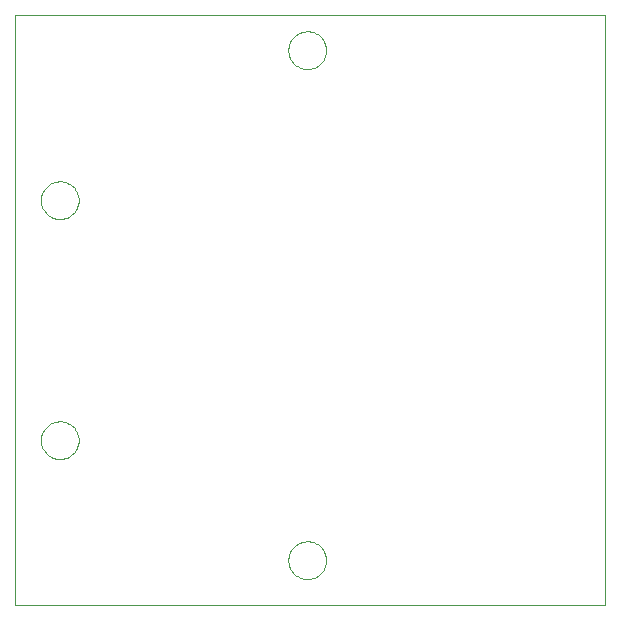
<source format=gbo>
G75*
%MOIN*%
%OFA0B0*%
%FSLAX24Y24*%
%IPPOS*%
%LPD*%
%AMOC8*
5,1,8,0,0,1.08239X$1,22.5*
%
%ADD10C,0.0000*%
D10*
X000100Y000100D02*
X000100Y019785D01*
X019785Y019785D01*
X019785Y000100D01*
X000100Y000100D01*
X000970Y005600D02*
X000972Y005650D01*
X000978Y005700D01*
X000988Y005749D01*
X001002Y005797D01*
X001019Y005844D01*
X001040Y005889D01*
X001065Y005933D01*
X001093Y005974D01*
X001125Y006013D01*
X001159Y006050D01*
X001196Y006084D01*
X001236Y006114D01*
X001278Y006141D01*
X001322Y006165D01*
X001368Y006186D01*
X001415Y006202D01*
X001463Y006215D01*
X001513Y006224D01*
X001562Y006229D01*
X001613Y006230D01*
X001663Y006227D01*
X001712Y006220D01*
X001761Y006209D01*
X001809Y006194D01*
X001855Y006176D01*
X001900Y006154D01*
X001943Y006128D01*
X001984Y006099D01*
X002023Y006067D01*
X002059Y006032D01*
X002091Y005994D01*
X002121Y005954D01*
X002148Y005911D01*
X002171Y005867D01*
X002190Y005821D01*
X002206Y005773D01*
X002218Y005724D01*
X002226Y005675D01*
X002230Y005625D01*
X002230Y005575D01*
X002226Y005525D01*
X002218Y005476D01*
X002206Y005427D01*
X002190Y005379D01*
X002171Y005333D01*
X002148Y005289D01*
X002121Y005246D01*
X002091Y005206D01*
X002059Y005168D01*
X002023Y005133D01*
X001984Y005101D01*
X001943Y005072D01*
X001900Y005046D01*
X001855Y005024D01*
X001809Y005006D01*
X001761Y004991D01*
X001712Y004980D01*
X001663Y004973D01*
X001613Y004970D01*
X001562Y004971D01*
X001513Y004976D01*
X001463Y004985D01*
X001415Y004998D01*
X001368Y005014D01*
X001322Y005035D01*
X001278Y005059D01*
X001236Y005086D01*
X001196Y005116D01*
X001159Y005150D01*
X001125Y005187D01*
X001093Y005226D01*
X001065Y005267D01*
X001040Y005311D01*
X001019Y005356D01*
X001002Y005403D01*
X000988Y005451D01*
X000978Y005500D01*
X000972Y005550D01*
X000970Y005600D01*
X000970Y013600D02*
X000972Y013650D01*
X000978Y013700D01*
X000988Y013749D01*
X001002Y013797D01*
X001019Y013844D01*
X001040Y013889D01*
X001065Y013933D01*
X001093Y013974D01*
X001125Y014013D01*
X001159Y014050D01*
X001196Y014084D01*
X001236Y014114D01*
X001278Y014141D01*
X001322Y014165D01*
X001368Y014186D01*
X001415Y014202D01*
X001463Y014215D01*
X001513Y014224D01*
X001562Y014229D01*
X001613Y014230D01*
X001663Y014227D01*
X001712Y014220D01*
X001761Y014209D01*
X001809Y014194D01*
X001855Y014176D01*
X001900Y014154D01*
X001943Y014128D01*
X001984Y014099D01*
X002023Y014067D01*
X002059Y014032D01*
X002091Y013994D01*
X002121Y013954D01*
X002148Y013911D01*
X002171Y013867D01*
X002190Y013821D01*
X002206Y013773D01*
X002218Y013724D01*
X002226Y013675D01*
X002230Y013625D01*
X002230Y013575D01*
X002226Y013525D01*
X002218Y013476D01*
X002206Y013427D01*
X002190Y013379D01*
X002171Y013333D01*
X002148Y013289D01*
X002121Y013246D01*
X002091Y013206D01*
X002059Y013168D01*
X002023Y013133D01*
X001984Y013101D01*
X001943Y013072D01*
X001900Y013046D01*
X001855Y013024D01*
X001809Y013006D01*
X001761Y012991D01*
X001712Y012980D01*
X001663Y012973D01*
X001613Y012970D01*
X001562Y012971D01*
X001513Y012976D01*
X001463Y012985D01*
X001415Y012998D01*
X001368Y013014D01*
X001322Y013035D01*
X001278Y013059D01*
X001236Y013086D01*
X001196Y013116D01*
X001159Y013150D01*
X001125Y013187D01*
X001093Y013226D01*
X001065Y013267D01*
X001040Y013311D01*
X001019Y013356D01*
X001002Y013403D01*
X000988Y013451D01*
X000978Y013500D01*
X000972Y013550D01*
X000970Y013600D01*
X009220Y018600D02*
X009222Y018650D01*
X009228Y018700D01*
X009238Y018749D01*
X009252Y018797D01*
X009269Y018844D01*
X009290Y018889D01*
X009315Y018933D01*
X009343Y018974D01*
X009375Y019013D01*
X009409Y019050D01*
X009446Y019084D01*
X009486Y019114D01*
X009528Y019141D01*
X009572Y019165D01*
X009618Y019186D01*
X009665Y019202D01*
X009713Y019215D01*
X009763Y019224D01*
X009812Y019229D01*
X009863Y019230D01*
X009913Y019227D01*
X009962Y019220D01*
X010011Y019209D01*
X010059Y019194D01*
X010105Y019176D01*
X010150Y019154D01*
X010193Y019128D01*
X010234Y019099D01*
X010273Y019067D01*
X010309Y019032D01*
X010341Y018994D01*
X010371Y018954D01*
X010398Y018911D01*
X010421Y018867D01*
X010440Y018821D01*
X010456Y018773D01*
X010468Y018724D01*
X010476Y018675D01*
X010480Y018625D01*
X010480Y018575D01*
X010476Y018525D01*
X010468Y018476D01*
X010456Y018427D01*
X010440Y018379D01*
X010421Y018333D01*
X010398Y018289D01*
X010371Y018246D01*
X010341Y018206D01*
X010309Y018168D01*
X010273Y018133D01*
X010234Y018101D01*
X010193Y018072D01*
X010150Y018046D01*
X010105Y018024D01*
X010059Y018006D01*
X010011Y017991D01*
X009962Y017980D01*
X009913Y017973D01*
X009863Y017970D01*
X009812Y017971D01*
X009763Y017976D01*
X009713Y017985D01*
X009665Y017998D01*
X009618Y018014D01*
X009572Y018035D01*
X009528Y018059D01*
X009486Y018086D01*
X009446Y018116D01*
X009409Y018150D01*
X009375Y018187D01*
X009343Y018226D01*
X009315Y018267D01*
X009290Y018311D01*
X009269Y018356D01*
X009252Y018403D01*
X009238Y018451D01*
X009228Y018500D01*
X009222Y018550D01*
X009220Y018600D01*
X009220Y001600D02*
X009222Y001650D01*
X009228Y001700D01*
X009238Y001749D01*
X009252Y001797D01*
X009269Y001844D01*
X009290Y001889D01*
X009315Y001933D01*
X009343Y001974D01*
X009375Y002013D01*
X009409Y002050D01*
X009446Y002084D01*
X009486Y002114D01*
X009528Y002141D01*
X009572Y002165D01*
X009618Y002186D01*
X009665Y002202D01*
X009713Y002215D01*
X009763Y002224D01*
X009812Y002229D01*
X009863Y002230D01*
X009913Y002227D01*
X009962Y002220D01*
X010011Y002209D01*
X010059Y002194D01*
X010105Y002176D01*
X010150Y002154D01*
X010193Y002128D01*
X010234Y002099D01*
X010273Y002067D01*
X010309Y002032D01*
X010341Y001994D01*
X010371Y001954D01*
X010398Y001911D01*
X010421Y001867D01*
X010440Y001821D01*
X010456Y001773D01*
X010468Y001724D01*
X010476Y001675D01*
X010480Y001625D01*
X010480Y001575D01*
X010476Y001525D01*
X010468Y001476D01*
X010456Y001427D01*
X010440Y001379D01*
X010421Y001333D01*
X010398Y001289D01*
X010371Y001246D01*
X010341Y001206D01*
X010309Y001168D01*
X010273Y001133D01*
X010234Y001101D01*
X010193Y001072D01*
X010150Y001046D01*
X010105Y001024D01*
X010059Y001006D01*
X010011Y000991D01*
X009962Y000980D01*
X009913Y000973D01*
X009863Y000970D01*
X009812Y000971D01*
X009763Y000976D01*
X009713Y000985D01*
X009665Y000998D01*
X009618Y001014D01*
X009572Y001035D01*
X009528Y001059D01*
X009486Y001086D01*
X009446Y001116D01*
X009409Y001150D01*
X009375Y001187D01*
X009343Y001226D01*
X009315Y001267D01*
X009290Y001311D01*
X009269Y001356D01*
X009252Y001403D01*
X009238Y001451D01*
X009228Y001500D01*
X009222Y001550D01*
X009220Y001600D01*
M02*

</source>
